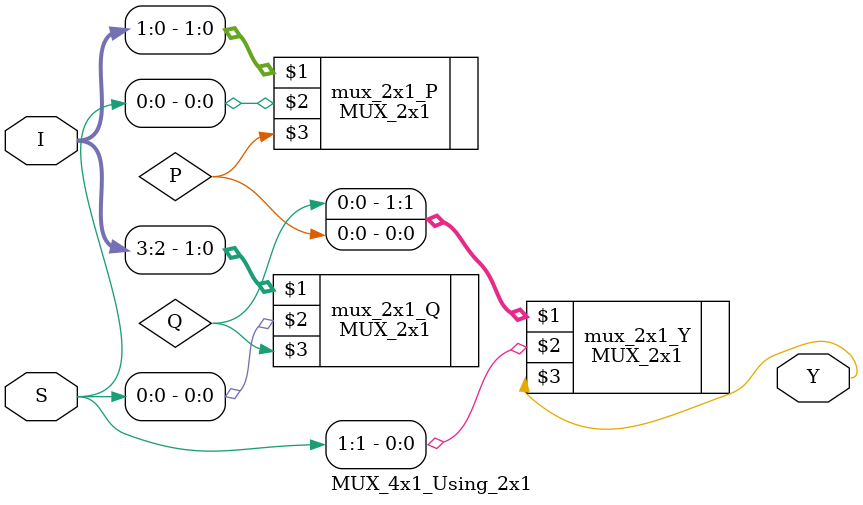
<source format=v>
`timescale 1ns / 1ps

//4X1 MUX using 2X1 MUX

//Instantiation file used MUX_2x1.v

//Verilog design of 4x1 mux with inputs I[0],I[1],I[2],I[3], S[0],S[1], & output Y

//////////////////////////////////////////////////////////////////////////////////


module MUX_4x1_Using_2x1(
    input wire [3:0]I,
    input wire [1:0]S,
    output  Y
    );
    
    wire P, Q;
    
    MUX_2x1 mux_2x1_P(I[1:0],S[0],P); // P = (~S[0]&I[0])|(S[0]&I[1])
    MUX_2x1 mux_2x1_Q(I[3:2],S[0],Q); // Q = (~S[0]&I[0])|(S[0]&I[1])
    MUX_2x1 mux_2x1_Y({Q,P},S[1],Y);  // Y = (~S[1]&P)|(S[1]&Q)
    
endmodule

</source>
